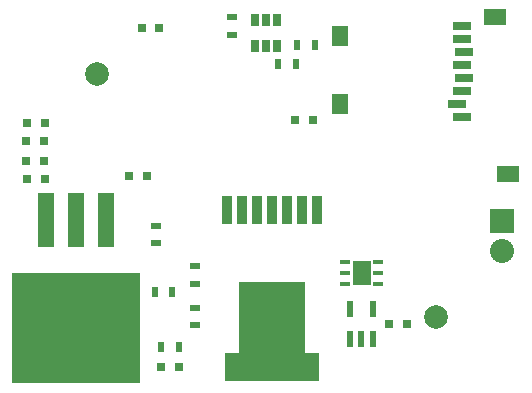
<source format=gbr>
G04 #@! TF.FileFunction,Soldermask,Bot*
%FSLAX46Y46*%
G04 Gerber Fmt 4.6, Leading zero omitted, Abs format (unit mm)*
G04 Created by KiCad (PCBNEW 4.0.2-stable) date 6/7/2016 9:19:05 AM*
%MOMM*%
G01*
G04 APERTURE LIST*
%ADD10C,0.100000*%
%ADD11R,0.800000X0.750000*%
%ADD12R,1.390000X4.600000*%
%ADD13R,10.800000X9.400000*%
%ADD14R,2.032000X2.032000*%
%ADD15O,2.032000X2.032000*%
%ADD16R,0.500000X0.900000*%
%ADD17R,0.900000X0.500000*%
%ADD18R,1.501140X0.749300*%
%ADD19R,1.899920X1.399540*%
%ADD20R,1.399540X1.800860*%
%ADD21R,0.650000X1.060000*%
%ADD22R,0.812800X0.406400*%
%ADD23R,1.498600X2.006600*%
%ADD24R,0.558800X1.320800*%
%ADD25R,5.590000X6.350000*%
%ADD26R,0.910000X2.410000*%
%ADD27R,8.000000X2.410000*%
%ADD28C,1.998980*%
G04 APERTURE END LIST*
D10*
D11*
X66650000Y-69260000D03*
X68150000Y-69260000D03*
X54120000Y-74040000D03*
X52620000Y-74040000D03*
X43905001Y-72785000D03*
X45405001Y-72785000D03*
X43960000Y-69520000D03*
X45460000Y-69520000D03*
X53690000Y-61490000D03*
X55190000Y-61490000D03*
X74610000Y-86560000D03*
X76110000Y-86560000D03*
X45400000Y-71100000D03*
X43900000Y-71100000D03*
X45460000Y-74290000D03*
X43960000Y-74290000D03*
X55350000Y-90160000D03*
X56850000Y-90160000D03*
D12*
X48160000Y-77760000D03*
D13*
X48160000Y-86910000D03*
D12*
X50700000Y-77760000D03*
X45620000Y-77760000D03*
D14*
X84160000Y-77840000D03*
D15*
X84160000Y-80380000D03*
D16*
X65210000Y-64530000D03*
X66710000Y-64530000D03*
D17*
X61310000Y-60590000D03*
X61310000Y-62090000D03*
D16*
X68360000Y-62980000D03*
X66860000Y-62980000D03*
X56270000Y-83880000D03*
X54770000Y-83880000D03*
D17*
X54920000Y-79740000D03*
X54920000Y-78240000D03*
X58180000Y-83150000D03*
X58180000Y-81650000D03*
X58220000Y-85180000D03*
X58220000Y-86680000D03*
D16*
X56820000Y-88480000D03*
X55320000Y-88480000D03*
D18*
X80770000Y-62401080D03*
X80770000Y-61301260D03*
X80970660Y-63500900D03*
X80770000Y-64600720D03*
X80770000Y-69000000D03*
X80371220Y-67900180D03*
X80770000Y-66800360D03*
X80970660Y-65700540D03*
D19*
X83619880Y-60600220D03*
X84719700Y-73848860D03*
D20*
X70470300Y-62149620D03*
X70470300Y-67950980D03*
D21*
X63240000Y-60790000D03*
X64190000Y-60790000D03*
X65140000Y-60790000D03*
X65140000Y-62990000D03*
X63240000Y-62990000D03*
X64190000Y-62990000D03*
D22*
X70923000Y-83209800D03*
X70923000Y-82270000D03*
X70923000Y-81330200D03*
X73717000Y-81330200D03*
X73717000Y-82270000D03*
X73717000Y-83209800D03*
D23*
X72294600Y-82244600D03*
D24*
X73229800Y-87860000D03*
X72290000Y-87860000D03*
X71350200Y-87860000D03*
X71350200Y-85320000D03*
X73229800Y-85320000D03*
D25*
X64730000Y-86170000D03*
D26*
X60920000Y-76945000D03*
X62190000Y-76945000D03*
X63460000Y-76945000D03*
X64730000Y-76945000D03*
X66000000Y-76945000D03*
X67270000Y-76945000D03*
X68540000Y-76945000D03*
D27*
X64730000Y-90170000D03*
D28*
X78597960Y-85978020D03*
X49908660Y-65378620D03*
M02*

</source>
